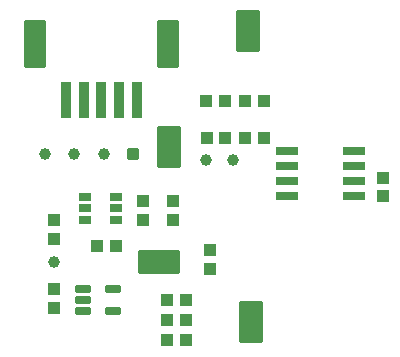
<source format=gtp>
G04*
G04 #@! TF.GenerationSoftware,Altium Limited,Altium Designer,21.2.1 (34)*
G04*
G04 Layer_Color=8421504*
%FSLAX25Y25*%
%MOIN*%
G70*
G04*
G04 #@! TF.SameCoordinates,323CCDD7-9986-456F-98C5-54CC6E1AE737*
G04*
G04*
G04 #@! TF.FilePolarity,Positive*
G04*
G01*
G75*
G04:AMPARAMS|DCode=16|XSize=43.31mil|YSize=39.37mil|CornerRadius=2.95mil|HoleSize=0mil|Usage=FLASHONLY|Rotation=90.000|XOffset=0mil|YOffset=0mil|HoleType=Round|Shape=RoundedRectangle|*
%AMROUNDEDRECTD16*
21,1,0.04331,0.03347,0,0,90.0*
21,1,0.03740,0.03937,0,0,90.0*
1,1,0.00591,0.01673,0.01870*
1,1,0.00591,0.01673,-0.01870*
1,1,0.00591,-0.01673,-0.01870*
1,1,0.00591,-0.01673,0.01870*
%
%ADD16ROUNDEDRECTD16*%
G04:AMPARAMS|DCode=17|XSize=43.31mil|YSize=39.37mil|CornerRadius=2.95mil|HoleSize=0mil|Usage=FLASHONLY|Rotation=0.000|XOffset=0mil|YOffset=0mil|HoleType=Round|Shape=RoundedRectangle|*
%AMROUNDEDRECTD17*
21,1,0.04331,0.03347,0,0,0.0*
21,1,0.03740,0.03937,0,0,0.0*
1,1,0.00591,0.01870,-0.01673*
1,1,0.00591,-0.01870,-0.01673*
1,1,0.00591,-0.01870,0.01673*
1,1,0.00591,0.01870,0.01673*
%
%ADD17ROUNDEDRECTD17*%
G04:AMPARAMS|DCode=18|XSize=43.31mil|YSize=39.37mil|CornerRadius=3.94mil|HoleSize=0mil|Usage=FLASHONLY|Rotation=180.000|XOffset=0mil|YOffset=0mil|HoleType=Round|Shape=RoundedRectangle|*
%AMROUNDEDRECTD18*
21,1,0.04331,0.03150,0,0,180.0*
21,1,0.03543,0.03937,0,0,180.0*
1,1,0.00787,-0.01772,0.01575*
1,1,0.00787,0.01772,0.01575*
1,1,0.00787,0.01772,-0.01575*
1,1,0.00787,-0.01772,-0.01575*
%
%ADD18ROUNDEDRECTD18*%
G04:AMPARAMS|DCode=19|XSize=43.31mil|YSize=39.37mil|CornerRadius=3.94mil|HoleSize=0mil|Usage=FLASHONLY|Rotation=90.000|XOffset=0mil|YOffset=0mil|HoleType=Round|Shape=RoundedRectangle|*
%AMROUNDEDRECTD19*
21,1,0.04331,0.03150,0,0,90.0*
21,1,0.03543,0.03937,0,0,90.0*
1,1,0.00787,0.01575,0.01772*
1,1,0.00787,0.01575,-0.01772*
1,1,0.00787,-0.01575,-0.01772*
1,1,0.00787,-0.01575,0.01772*
%
%ADD19ROUNDEDRECTD19*%
G04:AMPARAMS|DCode=20|XSize=74.8mil|YSize=157.48mil|CornerRadius=5.61mil|HoleSize=0mil|Usage=FLASHONLY|Rotation=0.000|XOffset=0mil|YOffset=0mil|HoleType=Round|Shape=RoundedRectangle|*
%AMROUNDEDRECTD20*
21,1,0.07480,0.14626,0,0,0.0*
21,1,0.06358,0.15748,0,0,0.0*
1,1,0.01122,0.03179,-0.07313*
1,1,0.01122,-0.03179,-0.07313*
1,1,0.01122,-0.03179,0.07313*
1,1,0.01122,0.03179,0.07313*
%
%ADD20ROUNDEDRECTD20*%
G04:AMPARAMS|DCode=21|XSize=35.43mil|YSize=118.11mil|CornerRadius=2.66mil|HoleSize=0mil|Usage=FLASHONLY|Rotation=0.000|XOffset=0mil|YOffset=0mil|HoleType=Round|Shape=RoundedRectangle|*
%AMROUNDEDRECTD21*
21,1,0.03543,0.11280,0,0,0.0*
21,1,0.03012,0.11811,0,0,0.0*
1,1,0.00532,0.01506,-0.05640*
1,1,0.00532,-0.01506,-0.05640*
1,1,0.00532,-0.01506,0.05640*
1,1,0.00532,0.01506,0.05640*
%
%ADD21ROUNDEDRECTD21*%
G04:AMPARAMS|DCode=22|XSize=23.62mil|YSize=43.31mil|CornerRadius=2.01mil|HoleSize=0mil|Usage=FLASHONLY|Rotation=270.000|XOffset=0mil|YOffset=0mil|HoleType=Round|Shape=RoundedRectangle|*
%AMROUNDEDRECTD22*
21,1,0.02362,0.03929,0,0,270.0*
21,1,0.01961,0.04331,0,0,270.0*
1,1,0.00402,-0.01965,-0.00980*
1,1,0.00402,-0.01965,0.00980*
1,1,0.00402,0.01965,0.00980*
1,1,0.00402,0.01965,-0.00980*
%
%ADD22ROUNDEDRECTD22*%
G04:AMPARAMS|DCode=23|XSize=28.35mil|YSize=74.8mil|CornerRadius=2.13mil|HoleSize=0mil|Usage=FLASHONLY|Rotation=270.000|XOffset=0mil|YOffset=0mil|HoleType=Round|Shape=RoundedRectangle|*
%AMROUNDEDRECTD23*
21,1,0.02835,0.07055,0,0,270.0*
21,1,0.02410,0.07480,0,0,270.0*
1,1,0.00425,-0.03528,-0.01205*
1,1,0.00425,-0.03528,0.01205*
1,1,0.00425,0.03528,0.01205*
1,1,0.00425,0.03528,-0.01205*
%
%ADD23ROUNDEDRECTD23*%
G04:AMPARAMS|DCode=24|XSize=24.8mil|YSize=51.18mil|CornerRadius=1.86mil|HoleSize=0mil|Usage=FLASHONLY|Rotation=90.000|XOffset=0mil|YOffset=0mil|HoleType=Round|Shape=RoundedRectangle|*
%AMROUNDEDRECTD24*
21,1,0.02480,0.04746,0,0,90.0*
21,1,0.02108,0.05118,0,0,90.0*
1,1,0.00372,0.02373,0.01054*
1,1,0.00372,0.02373,-0.01054*
1,1,0.00372,-0.02373,-0.01054*
1,1,0.00372,-0.02373,0.01054*
%
%ADD24ROUNDEDRECTD24*%
%ADD25C,0.03937*%
G04:AMPARAMS|DCode=26|XSize=39.37mil|YSize=39.37mil|CornerRadius=3.94mil|HoleSize=0mil|Usage=FLASHONLY|Rotation=90.000|XOffset=0mil|YOffset=0mil|HoleType=Round|Shape=RoundedRectangle|*
%AMROUNDEDRECTD26*
21,1,0.03937,0.03150,0,0,90.0*
21,1,0.03150,0.03937,0,0,90.0*
1,1,0.00787,0.01575,0.01575*
1,1,0.00787,0.01575,-0.01575*
1,1,0.00787,-0.01575,-0.01575*
1,1,0.00787,-0.01575,0.01575*
%
%ADD26ROUNDEDRECTD26*%
G04:AMPARAMS|DCode=27|XSize=141.73mil|YSize=78.74mil|CornerRadius=5.91mil|HoleSize=0mil|Usage=FLASHONLY|Rotation=90.000|XOffset=0mil|YOffset=0mil|HoleType=Round|Shape=RoundedRectangle|*
%AMROUNDEDRECTD27*
21,1,0.14173,0.06693,0,0,90.0*
21,1,0.12992,0.07874,0,0,90.0*
1,1,0.01181,0.03347,0.06496*
1,1,0.01181,0.03347,-0.06496*
1,1,0.01181,-0.03347,-0.06496*
1,1,0.01181,-0.03347,0.06496*
%
%ADD27ROUNDEDRECTD27*%
G04:AMPARAMS|DCode=28|XSize=141.73mil|YSize=78.74mil|CornerRadius=5.91mil|HoleSize=0mil|Usage=FLASHONLY|Rotation=0.000|XOffset=0mil|YOffset=0mil|HoleType=Round|Shape=RoundedRectangle|*
%AMROUNDEDRECTD28*
21,1,0.14173,0.06693,0,0,0.0*
21,1,0.12992,0.07874,0,0,0.0*
1,1,0.01181,0.06496,-0.03347*
1,1,0.01181,-0.06496,-0.03347*
1,1,0.01181,-0.06496,0.03347*
1,1,0.01181,0.06496,0.03347*
%
%ADD28ROUNDEDRECTD28*%
D16*
X67801Y74996D02*
D03*
X74100D02*
D03*
X31171Y38901D02*
D03*
X37470D02*
D03*
X80500Y87410D02*
D03*
X86799D02*
D03*
D17*
X17077Y47703D02*
D03*
Y41403D02*
D03*
X17071Y18397D02*
D03*
Y24697D02*
D03*
D18*
X69071Y31299D02*
D03*
Y37598D02*
D03*
X126500Y61750D02*
D03*
Y55450D02*
D03*
X46500Y54000D02*
D03*
Y47701D02*
D03*
X56500Y54000D02*
D03*
Y47701D02*
D03*
D19*
X80500Y75000D02*
D03*
X86799D02*
D03*
X73998Y87410D02*
D03*
X67698D02*
D03*
X60921Y14199D02*
D03*
X54621D02*
D03*
X60921Y20949D02*
D03*
X54621D02*
D03*
X60921Y7449D02*
D03*
X54621D02*
D03*
D20*
X55108Y106424D02*
D03*
X10620D02*
D03*
D21*
X32766Y87449D02*
D03*
X44577D02*
D03*
X26860D02*
D03*
X20955D02*
D03*
X38671D02*
D03*
D22*
X27353Y51449D02*
D03*
Y47709D02*
D03*
Y55189D02*
D03*
X37589Y47709D02*
D03*
Y51449D02*
D03*
Y55189D02*
D03*
D23*
X94649Y70449D02*
D03*
Y65449D02*
D03*
Y60449D02*
D03*
Y55449D02*
D03*
X116893Y70449D02*
D03*
Y65449D02*
D03*
Y60449D02*
D03*
Y55449D02*
D03*
D24*
X26536Y24689D02*
D03*
Y20949D02*
D03*
Y17209D02*
D03*
X36606D02*
D03*
Y24689D02*
D03*
D25*
X13971Y69449D02*
D03*
X33512D02*
D03*
X23742D02*
D03*
X17071Y33449D02*
D03*
X76500Y67500D02*
D03*
X67671Y67449D02*
D03*
D26*
X43282Y69449D02*
D03*
D27*
X55171Y71949D02*
D03*
X81671Y110449D02*
D03*
X82671Y13449D02*
D03*
D28*
X52000Y33500D02*
D03*
M02*

</source>
